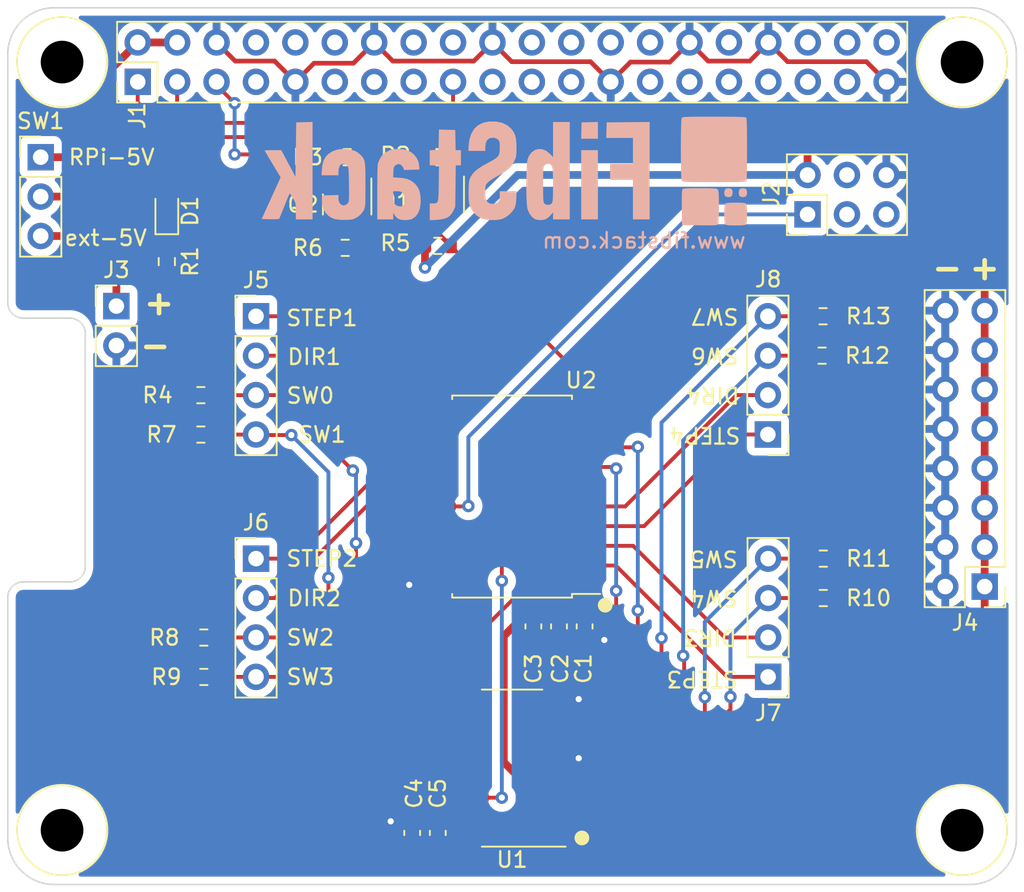
<source format=kicad_pcb>
(kicad_pcb (version 20211014) (generator pcbnew)
  (title_block (title "Stepper Motor Controller Prototype") (comment 2 "of the CERN-OHL-P V2 license (https:/cern.ch/cern-ohl).") (comment 3 "This file is provided AS IS, WITHOUT ANY EXPRESS OR IMPLIED WARRANTY under the temrs") (comment 4 "Copyright © 2021-2023, FibStack"))
  (layers (0 "F.Cu" signal) (31 "B.Cu" signal) (34 "B.Paste" user) (35 "F.Paste" user) (36 "B.SilkS" user "B.Silkscreen") (37 "F.SilkS" user "F.Silkscreen") (38 "B.Mask" user) (39 "F.Mask" user) (44 "Edge.Cuts" user))
  (net 0 "")
  (net 1 "VCC")
  (net 2 "GND")
  (net 3 "LV1")
  (net 4 "RPi-5V")
  (net 5 "Net-(J1-Pad3)")
  (net 6 "Net-(J1-Pad5)")
  (net 15 "LV2")
  (net 33 "UDPI")
  (net 37 "STEP1")
  (net 38 "DIR1")
  (net 39 "SW0")
  (net 40 "SW1")
  (net 41 "STEP2")
  (net 42 "DIR2")
  (net 43 "SW2")
  (net 44 "SW3")
  (net 45 "STEP3")
  (net 46 "DIR3")
  (net 47 "SW4")
  (net 48 "SW5")
  (net 49 "STEP4")
  (net 50 "DIR4")
  (net 51 "SW6")
  (net 52 "SW7")
  (net 53 "SDA")
  (net 54 "SCL")
  (net 55 "SWE1")
  (net 56 "SWE2")
  (net 57 "SWE3")
  (net 58 "SWE0")
  (net 64 "Net-(D1-Pad1)")
  (net 65 "Net-(J3-Pad1)")
  (footprint "Connector_PinHeader_2.54mm:PinHeader_1x04_P2.54mm_Vertical" (layer "F.Cu") (at 133.985 97.5 180)
    (fp_text reference "J8")
    (fp_text value "Conn_01x04_Male" hide)
  )
  (footprint "Connector_PinHeader_2.54mm:PinHeader_1x04_P2.54mm_Vertical" (layer "F.Cu") (at 101 89.88)
    (fp_text reference "J5")
    (fp_text value "Conn_01x04_Male" hide)
  )
  (footprint "Capacitor_SMD:C_0603_1608Metric" (layer "F.Cu") (at 120.523 109.868 -90)
    (fp_text reference "C2")
    (fp_text value "10nF" hide)
  )
  (footprint "FibStack_Common:MountingHole-2.75-M31" (layer "F.Cu") (at 88.5 123)
    (fp_text reference "REF**" hide)
    (fp_text value "MountingHole-2.75-M31" hide)
  )
  (footprint "Resistor_SMD:R_0603_1608Metric" (layer "F.Cu") (at 137.556 105.5 180)
    (fp_text reference "R11")
    (fp_text value "R10K" hide)
  )
  (footprint "Resistor_SMD:R_0603_1608Metric" (layer "F.Cu") (at 97.635 113.125)
    (fp_text reference "R9")
    (fp_text value "R10K" hide)
  )
  (footprint "Package_SO:SOIC-20W_7.5x12.8mm_P1.27mm" (layer "F.Cu") (at 117.5 101.5 180)
    (fp_text reference "U2")
    (fp_text value "ATtiny826-S" hide)
  )
  (footprint "Resistor_SMD:R_0603_1608Metric" (layer "F.Cu") (at 137.556 108.04 180)
    (fp_text reference "R10")
    (fp_text value "R10K" hide)
  )
  (footprint "Connector_PinHeader_2.54mm:PinHeader_1x03_P2.54mm_Vertical" (layer "F.Cu") (at 87.122 79.629)
    (fp_text reference "SW1")
    (fp_text value "SW_SPDT" hide)
  )
  (footprint "FibStack_Common:MountingHole-2.75-M31" (layer "F.Cu") (at 88.5 73.5)
    (fp_text reference "REF**" hide)
    (fp_text value "MountingHole-2.75-M31" hide)
  )
  (footprint "Resistor_SMD:R_0603_1608Metric" (layer "F.Cu") (at 112.84 79.629 180)
    (fp_text reference "R2")
    (fp_text value "R10K" hide)
  )
  (footprint "Package_TO_SOT_SMD:SOT-23" (layer "F.Cu") (at 106.871 82.677 -90)
    (fp_text reference "Q2")
    (fp_text value "2N7002" hide)
  )
  (footprint "FibStack_Common:MountingHole-2.75-M31" (layer "F.Cu") (at 146.5 123)
    (fp_text reference "REF**" hide)
    (fp_text value "MountingHole-2.75-M31" hide)
  )
  (footprint "Package_SO:SOIC-16_3.9x9.9mm_P1.27mm" (layer "F.Cu") (at 117.5 119 180)
    (fp_text reference "U1")
    (fp_text value "74LS148" hide)
  )
  (footprint "Capacitor_SMD:C_0603_1608Metric" (layer "F.Cu") (at 111.0615 123.177 90)
    (fp_text reference "C4")
    (fp_text value "1uF" hide)
  )
  (footprint "Resistor_SMD:R_0603_1608Metric" (layer "F.Cu") (at 106.871 79.629 180)
    (fp_text reference "R3")
    (fp_text value "R10K" hide)
  )
  (footprint "Resistor_SMD:R_0603_1608Metric" (layer "F.Cu") (at 97.444 97.505)
    (fp_text reference "R7")
    (fp_text value "R10K" hide)
  )
  (footprint "Connector_PinHeader_2.54mm:PinHeader_2x03_P2.54mm_Vertical" (layer "F.Cu") (at 136.54 83.317 90)
    (fp_text reference "J2")
    (fp_text value "Conn_02x03_Odd_Even" hide)
  )
  (footprint "Package_TO_SOT_SMD:SOT-23" (layer "F.Cu") (at 112.84 82.55 -90)
    (fp_text reference "Q1")
    (fp_text value "2N7002" hide)
  )
  (footprint "Connector_PinHeader_2.54mm:PinHeader_2x08_P2.54mm_Vertical" (layer "F.Cu") (at 147.955 107.3 180)
    (fp_text reference "J4")
    (fp_text value "Conn_02x08_Top_Bottom" hide)
  )
  (footprint "Resistor_SMD:R_0603_1608Metric" (layer "F.Cu") (at 112.713 85.344)
    (fp_text reference "R5")
    (fp_text value "R10K" hide)
  )
  (footprint "Resistor_SMD:R_0603_1608Metric" (layer "F.Cu") (at 106.744 85.471)
    (fp_text reference "R6")
    (fp_text value "R10K" hide)
  )
  (footprint "Resistor_SMD:R_0603_1608Metric" (layer "F.Cu") (at 137.478 92.42 180)
    (fp_text reference "R12")
    (fp_text value "R10K" hide)
  )
  (footprint "Resistor_SMD:R_0603_1608Metric" (layer "F.Cu") (at 137.541 89.88 180)
    (fp_text reference "R13")
    (fp_text value "R10K" hide)
  )
  (footprint "Resistor_SMD:R_0603_1608Metric" (layer "F.Cu") (at 97.635 110.585)
    (fp_text reference "R8")
    (fp_text value "R10K" hide)
  )
  (footprint "Capacitor_SMD:C_0603_1608Metric" (layer "F.Cu") (at 118.872 109.868 -90)
    (fp_text reference "C3")
    (fp_text value "100nF" hide)
  )
  (footprint "FibStack_Common:MountingHole-2.75-M31" (layer "F.Cu") (at 146.5 73.5)
    (fp_text reference "REF**" hide)
    (fp_text value "MountingHole-2.75-M31" hide)
  )
  (footprint "Resistor_SMD:R_0603_1608Metric" (layer "F.Cu") (at 97.444 94.965)
    (fp_text reference "R4")
    (fp_text value "R10K" hide)
  )
  (footprint "Connector_PinHeader_2.54mm:PinHeader_1x04_P2.54mm_Vertical" (layer "F.Cu") (at 134 113.12 180)
    (fp_text reference "J7")
    (fp_text value "Conn_01x04_Male" hide)
  )
  (footprint "Capacitor_SMD:C_0603_1608Metric" (layer "F.Cu") (at 122.174 109.868 -90)
    (fp_text reference "C1")
    (fp_text value "1uF" hide)
  )
  (footprint "Connector_PinHeader_2.54mm:PinHeader_1x02_P2.54mm_Vertical" (layer "F.Cu") (at 92 89.225)
    (fp_text reference "J3")
    (fp_text value "Conn_01x02_Male" hide)
  )
  (footprint "Capacitor_SMD:C_0603_1608Metric" (layer "F.Cu") (at 112.7125 123.177 90)
    (fp_text reference "C5")
    (fp_text value "0.1uF" hide)
  )
  (footprint "Connector_PinHeader_2.54mm:PinHeader_1x04_P2.54mm_Vertical" (layer "F.Cu") (at 101 105.5)
    (fp_text reference "J6")
    (fp_text value "Conn_01x04_Male" hide)
  )
  (footprint "LED_SMD:LED_0603_1608Metric" (layer "F.Cu") (at 95.25 83.11 90)
    (fp_text reference "D1")
    (fp_text value "LED" hide)
  )
  (footprint "Connector_PinHeader_2.54mm:PinHeader_2x20_P2.54mm_Vertical" (layer "F.Cu") (at 93.375 74.775 90)
    (fp_text reference "J1")
    (fp_text value "Raspberry_Pi_2_3" hide)
  )
  (footprint "Resistor_SMD:R_0603_1608Metric" (layer "F.Cu") (at 95.25 86.36 -90)
    (fp_text reference "R1")
    (fp_text value "470" hide)
  )
  (footprint "LOGO" (layer "B.Cu") (at 117 80.5 180)
    (fp_text reference "G***" hide)
    (fp_text value "LOGO" hide)
  )
  (gr_circle (center 122 123.5) (end 122.4 123.5) (layer "F.SilkS") (width 0.15) (fill solid))
  (gr_circle (center 123.5 108.5) (end 123.9 108.5) (layer "F.SilkS") (width 0.15) (fill solid))
  (gr_line locked (start 89 90) (end 86 90) (layer "Edge.Cuts") (width 0.1))
  (gr_line locked (start 147 126.5) (end 88 126.5) (layer "Edge.Cuts") (width 0.1))
  (gr_arc locked (start 90 106) (mid 89.707107 106.707107) (end 89 107) (layer "Edge.Cuts") (width 0.1))
  (gr_line locked (start 86 107) (end 89 107) (layer "Edge.Cuts") (width 0.1))
  (gr_arc locked (start 85 73) (mid 85.87868 70.87868) (end 88 70) (layer "Edge.Cuts") (width 0.1))
  (gr_line locked (start 90 106) (end 90 91) (layer "Edge.Cuts") (width 0.1))
  (gr_arc locked (start 89 90) (mid 89.707107 90.292893) (end 90 91) (layer "Edge.Cuts") (width 0.1))
  (gr_arc locked (start 147 70) (mid 149.12132 70.87868) (end 150 73) (layer "Edge.Cuts") (width 0.1))
  (gr_line locked (start 85 123.5) (end 85 108) (layer "Edge.Cuts") (width 0.1))
  (gr_arc locked (start 86 90) (mid 85.292893 89.707107) (end 85 89) (layer "Edge.Cuts") (width 0.1))
  (gr_line locked (start 88 70) (end 147 70) (layer "Edge.Cuts") (width 0.1))
  (gr_line locked (start 150 73) (end 150 123.5) (layer "Edge.Cuts") (width 0.1))
  (gr_arc locked (start 85 108) (mid 85.292893 107.292893) (end 86 107) (layer "Edge.Cuts") (width 0.1))
  (gr_line locked (start 85 73) (end 85 89) (layer "Edge.Cuts") (width 0.1))
  (gr_arc locked (start 88 126.5) (mid 85.87868 125.62132) (end 85 123.5) (layer "Edge.Cuts") (width 0.1))
  (gr_arc locked (start 150 123.5) (mid 149.12132 125.62132) (end 147 126.5) (layer "Edge.Cuts") (width 0.1))
  (gr_text "www.fibstack.com" (at 126 85) (layer "B.SilkS") (effects (font (size 1 1)) (justify mirror)))
  (gr_text "RPi-5V" (at 91.694 79.629) (layer "F.SilkS") (effects (font (size 1 1))))
  (gr_text "STEP2" (at 105.25 105.5) (layer "F.SilkS") (effects (font (size 1 1))))
  (gr_text "-" (at 145.542 86.741) (layer "F.SilkS") (effects (font (size 1.5 1.5) (thickness 0.3)) (justify mirror)))
  (gr_text "+" (at 94.75 89) (layer "F.SilkS") (effects (font (size 1.5 1.5) (thickness 0.3)) (justify mirror)))
  (gr_text "+" (at 147.955 86.741) (layer "F.SilkS") (effects (font (size 1.5 1.5) (thickness 0.3)) (justify mirror)))
  (gr_text "SW0" (at 104.5 95) (layer "F.SilkS") (effects (font (size 1 1))))
  (gr_text "SW7" (at 130.556 89.88 180) (layer "F.SilkS") (effects (font (size 1 1))))
  (gr_text "SW5" (at 130.5 105.5 180) (layer "F.SilkS") (effects (font (size 1 1))))
  (gr_text "SW4" (at 130.5 108.04 180) (layer "F.SilkS") (effects (font (size 1 1))))
  (gr_text "DIR2" (at 104.75 108.045) (layer "F.SilkS") (effects (font (size 1 1))))
  (gr_text "SW6" (at 130.556 92.42 180) (layer "F.SilkS") (effects (font (size 1 1))))
  (gr_text "STEP1" (at 105.25 90) (layer "F.SilkS") (effects (font (size 1 1))))
  (gr_text "DIR1" (at 104.75 92.5) (layer "F.SilkS") (effects (font (size 1 1))))
  (gr_text "DIR4" (at 130.429 94.96 180) (layer "F.SilkS") (effects (font (size 1 1))))
  (gr_text "ext-5V" (at 91.313 84.836) (layer "F.SilkS") (effects (font (size 1 1))))
  (gr_text "STEP3" (at 129.75 113.25 180) (layer "F.SilkS") (effects (font (size 1 1))))
  (gr_text "SW2" (at 104.5 110.585) (layer "F.SilkS") (effects (font (size 1 1))))
  (gr_text "SW1" (at 105.25 97.505) (layer "F.SilkS") (effects (font (size 1 1))))
  (gr_text "SW3" (at 104.5 113.125) (layer "F.SilkS") (effects (font (size 1 1))))
  (gr_text "-" (at 94.5 91.75) (layer "F.SilkS") (effects (font (size 1.5 1.5) (thickness 0.3)) (justify mirror)))
  (gr_text "STEP4" (at 129.921 97.54 180) (layer "F.SilkS") (effects (font (size 1 1))))
  (gr_text "DIR3" (at 130.25 110.58 180) (layer "F.SilkS") (effects (font (size 1 1))))
  (segment (start 111.0615 125.4125) (end 110.998 125.476) (width 0.5) (layer "F.Cu") (net 1))
  (segment (start 138.381 108.04) (end 138.381 105.5) (width 0.5) (layer "F.Cu") (net 1))
  (segment (start 147.955 89.52) (end 147.955 107.3) (width 0.5) (layer "F.Cu") (net 1))
  (segment (start 136.54 79.36) (end 137.795 78.105) (width 0.5) (layer "F.Cu") (net 1))
  (segment (start 96.5951 82.3225) (end 98.5785 82.3225) (width 0.5) (layer "F.Cu") (net 1))
  (segment (start 112.7125 123.952) (end 114.518 123.952) (width 0.5) (layer "F.Cu") (net 1))
  (segment (start 120.523 109.093) (end 122.174 109.093) (width 0.5) (layer "F.Cu") (net 1))
  (segment (start 96.619 97.505) (end 96.81 97.696) (width 0.5) (layer "F.Cu") (net 1))
  (segment (start 118.364 109.093) (end 116.967 110.49) (width 0.5) (layer "F.Cu") (net 1))
  (segment (start 95.25 82.3225) (end 96.5951 82.3225) (width 0.5) (layer "F.Cu") (net 1))
  (segment (start 122.15 109.069) (end 122.174 109.093) (width 0.5) (layer "F.Cu") (net 1))
  (segment (start 96.81 115.86) (end 96.81 113.125) (width 0.5) (layer "F.Cu") (net 1))
  (segment (start 139.505997 109.164997) (end 147.899997 109.164997) (width 0.5) (layer "F.Cu") (net 1))
  (segment (start 116.967 110.49) (end 116.967 118.618) (width 0.5) (layer "F.Cu") (net 1))
  (segment (start 111.888 86.74) (end 111.887 86.741) (width 0.5) (layer "F.Cu") (net 1))
  (segment (start 147.955 89.52) (end 147.955 82.677) (width 0.5) (layer "F.Cu") (net 1))
  (segment (start 116.967 125.476) (end 117.983 125.476) (width 0.5) (layer "F.Cu") (net 1))
  (segment (start 118.872 109.093) (end 118.364 109.093) (width 0.5) (layer "F.Cu") (net 1))
  (segment (start 96.81 97.696) (end 96.81 110.585) (width 0.5) (layer "F.Cu") (net 1))
  (segment (start 96.619 94.965) (end 96.619 82.3464) (width 0.5) (layer "F.Cu") (net 1))
  (segment (start 106.426 125.476) (end 110.998 125.476) (width 0.5) (layer "F.Cu") (net 1))
  (segment (start 96.619 94.965) (end 96.619 97.505) (width 0.5) (layer "F.Cu") (net 1))
  (segment (start 147.955 110.998) (end 147.955 109.22) (width 0.5) (layer "F.Cu") (net 1))
  (segment (start 110.998 125.476) (end 116.967 125.476) (width 0.5) (layer "F.Cu") (net 1))
  (segment (start 111.0615 123.952) (end 112.7125 123.952) (width 0.5) (layer "F.Cu") (net 1))
  (segment (start 105.8936 85.4964) (end 105.919 85.471) (width 0.5) (layer "F.Cu") (net 1))
  (segment (start 117.983 125.476) (end 117.983 119.634) (width 0.5) (layer "F.Cu") (net 1))
  (segment (start 95.0965 82.169) (end 95.25 82.3225) (width 0.5) (layer "F.Cu") (net 1))
  (segment (start 104.4575 123.5075) (end 106.426 125.476) (width 0.5) (layer "F.Cu") (net 1))
  (segment (start 111.0615 123.952) (end 111.0615 125.4125) (width 0.5) (layer "F.Cu") (net 1))
  (segment (start 117.983 119.634) (end 116.967 118.618) (width 0.5) (layer "F.Cu") (net 1))
  (segment (start 101.7524 85.4964) (end 105.8936 85.4964) (width 0.5) (layer "F.Cu") (net 1))
  (segment (start 98.5785 82.3225) (end 101.7524 85.4964) (width 0.5) (layer "F.Cu") (net 1))
  (segment (start 138.381 89.895) (end 138.366 89.88) (width 0.5) (layer "F.Cu") (net 1))
  (segment (start 138.366 89.88) (end 138.366 92.42) (width 0.5) (layer "F.Cu") (net 1))
  (segment (start 147.899997 109.164997) (end 147.955 109.22) (width 0.5) (layer "F.Cu") (net 1))
  (segment (start 111.888 85.344) (end 111.888 86.74) (width 0.5) (layer "F.Cu") (net 1))
  (segment (start 118.872 109.093) (end 120.523 109.093) (width 0.5) (layer "F.Cu") (net 1))
  (segment (start 96.619 82.3464) (end 96.5951 82.3225) (width 0.5) (layer "F.Cu") (net 1))
  (segment (start 147.955 109.22) (end 147.955 107.3) (width 0.5) (layer "F.Cu") (net 1))
  (segment (start 147.955 82.677) (end 143.383 78.105) (width 0.5) (layer "F.Cu") (net 1))
  (segment (start 117.983 125.476) (end 133.477 125.476) (width 0.5) (layer "F.Cu") (net 1))
  (segment (start 104.4575 123.5075) (end 96.81 115.86) (width 0.5) (layer "F.Cu") (net 1))
  (segment (start 122.15 107.215) (end 122.15 109.069) (width 0.5) (layer "F.Cu") (net 1))
  (segment (start 138.381 108.04) (end 139.505997 109.164997) (width 0.5) (layer "F.Cu") (net 1))
  (segment (start 96.81 110.585) (end 96.81 113.125) (width 0.5) (layer "F.Cu") (net 1))
  (segment (start 114.518 123.952) (end 115.025 123.445) (width 0.5) (layer "F.Cu") (net 1))
  (segment (start 138.381 105.5) (end 138.381 89.895) (width 0.5) (layer "F.Cu") (net 1))
  (segment (start 143.383 78.105) (end 137.795 78.105) (width 0.5) (layer "F.Cu") (net 1))
  (segment (start 133.477 125.476) (end 147.955 110.998) (width 0.5) (layer "F.Cu") (net 1))
  (segment (start 136.54 80.777) (end 136.54 79.36) (width 0.5) (layer "F.Cu") (net 1))
  (segment (start 87.122 82.169) (end 95.0965 82.169) (width 0.5) (layer "F.Cu") (net 1))
  (via (at 111.887 86.741) (size 0.8) (drill 0.4) (layers "F.Cu" "B.Cu") (net 1))
  (segment (start 111.887 86.741) (end 117.851 80.777) (width 0.5) (layer "B.Cu") (net 1))
  (segment (start 117.851 80.777) (end 136.54 80.777) (width 0.5) (layer "B.Cu") (net 1))
  (segment (start 118.619 118.365) (end 118.2116 117.9576) (width 0.5) (layer "F.Cu") (net 2))
  (segment (start 122.174 110.643) (end 123.343 110.643) (width 0.5) (layer "F.Cu") (net 2))
  (segment (start 99.655 73.435) (end 102.195 73.435) (width 0.3) (layer "F.Cu") (net 2))
  (segment (start 122.553923 73.473923) (end 123.855 74.775) (width 0.3) (layer "F.Cu") (net 2))
  (segment (start 92 91.765) (end 93.909 91.765) (width 0.5) (layer "F.Cu") (net 2))
  (segment (start 140.333923 73.473923) (end 141.635 74.775) (width 0.3) (layer "F.Cu") (net 2))
  (segment (start 102.195 73.435) (end 103.535 74.775) (width 0.3) (layer "F.Cu") (net 2))
  (segment (start 111.0615 122.402) (end 109.7032 122.402) (width 0.5) (layer "F.Cu") (net 2))
  (segment (start 119.975 114.555) (end 121.792 114.555) (width 0.5) (layer "F.Cu") (net 2))
  (segment (start 122.174 110.643) (end 120.523 110.643) (width 0.5) (layer "F.Cu") (net 2))
  (segment (start 119.975 118.365) (end 121.792 118.365) (width 0.5) (layer "F.Cu") (net 2))
  (segment (start 123.855 74.775) (end 125.13 73.5) (width 0.3) (layer "F.Cu") (net 2))
  (segment (start 104.735 73.575) (end 107.275 73.575) (width 0.3) (layer "F.Cu") (net 2))
  (segment (start 118.2116 115.2144) (end 118.2116 117.9576) (width 0.5) (layer "F.Cu") (net 2))
  (segment (start 119.9902 110.643) (end 118.872 110.643) (width 0.5) (layer "F.Cu") (net 2))
  (segment (start 135.253923 73.473923) (end 140.333923 73.473923) (width 0.3) (layer "F.Cu") (net 2))
  (segment (start 112.85 107.215) (end 110.898 107.215) (width 0.5) (layer "F.Cu") (net 2))
  (segment (start 115.035 73.435) (end 116.235 72.235) (width 0.3) (layer "F.Cu") (net 2))
  (segment (start 116.235 72.235) (end 117.473923 73.473923) (width 0.3) (layer "F.Cu") (net 2))
  (segment (start 108.615 72.235) (end 109.815 73.435) (width 0.3) (layer "F.Cu") (net 2))
  (segment (start 117.473923 73.473923) (end 122.553923 73.473923) (width 0.3) (layer "F.Cu") (net 2))
  (segment (start 125.13 73.5) (end 127.67 73.5) (width 0.3) (layer "F.Cu") (net 2))
  (segment (start 103.535 74.775) (end 104.735 73.575) (width 0.3) (layer "F.Cu") (net 2))
  (segment (start 132.815 73.435) (end 134.015 72.235) (width 0.3) (layer "F.Cu") (net 2))
  (segment (start 112.7125 122.402) (end 111.0615 122.402) (width 0.5) (layer "F.Cu") (net 2))
  (segment (start 109.815 73.435) (end 115.035 73.435) (width 0.3) (layer "F.Cu") (net 2))
  (segment (start 95.25 87.185) (end 95.25 90.424) (width 0.5) (layer "F.Cu") (net 2))
  (segment (start 109.7032 122.402) (end 109.6772 122.428) (width 0.5) (layer "F.Cu") (net 2))
  (segment (start 121.792 114.555) (end 121.793 114.554) (width 0.5) (layer "F.Cu") (net 2))
  (segment (start 123.343 110.643) (end 123.444 110.744) (width 0.5) (layer "F.Cu") (net 2))
  (segment (start 120.523 110.643) (end 119.9902 110.643) (width 0.5) (layer "F.Cu") (net 2))
  (segment (start 93.909 91.765) (end 95.25 90.424) (width 0.5) (layer "F.Cu") (net 2))
  (segment (start 98.455 72.235) (end 99.655 73.435) (width 0.3) (layer "F.Cu") (net 2))
  (segment (start 119.975 114.555) (end 118.871 114.555) (width 0.5) (layer "F.Cu") (net 2))
  (segment (start 110.898 107.215) (end 110.871 107.188) (width 0.5) (layer "F.Cu") (net 2))
  (segment (start 119.975 118.365) (end 118.619 118.365) (width 0.5) (layer "F.Cu") (net 2))
  (segment (start 130.135 73.435) (end 132.815 73.435) (width 0.3) (layer "F.Cu") (net 2))
  (segment (start 119.975 110.6582) (end 119.9902 110.643) (width 0.5) (layer "F.Cu") (net 2))
  (segment (start 119.975 114.555) (end 119.975 110.6582) (width 0.5) (layer "F.Cu") (net 2))
  (segment (start 121.792 118.365) (end 121.793 118.364) (width 0.5) (layer "F.Cu") (net 2))
  (segment (start 127.67 73.5) (end 128.935 72.235) (width 0.3) (layer "F.Cu") (net 2))
  (segment (start 128.935 72.235) (end 130.135 73.435) (width 0.3) (layer "F.Cu") (net 2))
  (segment (start 118.871 114.555) (end 118.2116 115.2144) (width 0.5) (layer "F.Cu") (net 2))
  (segment (start 145.415 89.52) (end 145.415 107.3) (width 0.5) (layer "F.Cu") (net 2))
  (segment (start 134.015 72.235) (end 135.253923 73.473923) (width 0.3) (layer "F.Cu") (net 2))
  (segment (start 107.275 73.575) (end 108.615 72.235) (width 0.3) (layer "F.Cu") (net 2))
  (via (at 121.793 118.364) (size 0.8) (drill 0.4) (layers "F.Cu" "B.Cu") (net 2))
  (via (at 123.444 110.744) (size 0.8) (drill 0.4) (layers "F.Cu" "B.Cu") (net 2))
  (via (at 121.793 114.554) (size 0.8) (drill 0.4) (layers "F.Cu" "B.Cu") (net 2))
  (via (at 109.6772 122.428) (size 0.8) (drill 0.4) (layers "F.Cu" "B.Cu") (net 2))
  (via (at 110.871 107.188) (size 0.8) (drill 0.4) (layers "F.Cu" "B.Cu") (net 2))
  (segment (start 107.696 79.629) (end 107.696 78.8416) (width 0.25) (layer "F.Cu") (net 3))
  (segment (start 107.188 78.3336) (end 95.6056 78.3336) (width 0.25) (layer "F.Cu") (net 3))
  (segment (start 93.375 74.775) (end 93.375 76.103) (width 0.25) (layer "F.Cu") (net 3))
  (segment (start 107.696 78.8416) (end 107.188 78.3336) (width 0.25) (layer "F.Cu") (net 3))
  (segment (start 107.823 81.7375) (end 107.821 81.7395) (width 0.3) (layer "F.Cu") (net 3))
  (segment (start 107.823 79.756) (end 107.823 81.7375) (width 0.3) (layer "F.Cu") (net 3))
  (segment (start 93.375 76.103) (end 95.6056 78.3336) (width 0.25) (layer "F.Cu") (net 3))
  (segment (start 91.7448 73.8652) (end 93.375 72.235) (width 0.5) (layer "F.Cu") (net 4))
  (segment (start 87.122 79.629) (end 89.0778 79.629) (width 0.5) (layer "F.Cu") (net 4))
  (segment (start 89.0778 79.629) (end 91.7448 76.962) (width 0.5) (layer "F.Cu") (net 4))
  (segment (start 93.375 72.235) (end 95.915 72.235) (width 0.5) (layer "F.Cu") (net 4))
  (segment (start 91.7448 76.962) (end 91.7448 73.8652) (width 0.5) (layer "F.Cu") (net 4))
  (segment (start 112.015 79.629) (end 112.015 79.4014) (width 0.25) (layer "F.Cu") (net 5))
  (segment (start 111.89 79.818) (end 112.079 79.629) (width 0.3) (layer "F.Cu") (net 5))
  (segment (start 97.0788 77.4192) (end 110.0328 77.4192) (width 0.25) (layer "F.Cu") (net 5))
  (segment (start 112.015 79.4014) (end 110.0328 77.4192) (width 0.25) (layer "F.Cu") (net 5))
  (segment (start 95.915 74.775) (end 95.915 76.2554) (width 0.25) (layer "F.Cu") (net 5))
  (segment (start 95.915 76.2554) (end 97.0788 77.4192) (width 0.25) (layer "F.Cu") (net 5))
  (segment (start 111.89 81.6125) (end 111.89 79.818) (width 0.3) (layer "F.Cu") (net 5))
  (segment (start 98.455 74.9854) (end 99.6188 76.1492) (width 0.25) (layer "F.Cu") (net 6))
  (segment (start 99.6188 79.4512) (end 105.8682 79.4512) (width 0.25) (layer "F.Cu") (net 6))
  (segment (start 106.109 79.692) (end 106.173 79.756) (width 0.3) (layer "F.Cu") (net 6))
  (segment (start 98.455 74.775) (end 98.455 74.9854) (width 0.25) (layer "F.Cu") (net 6))
  (segment (start 105.8682 79.4512) (end 106.046 79.629) (width 0.25) (layer "F.Cu") (net 6))
  (segment (start 105.921 81.7395) (end 105.921 80.008) (width 0.3) (layer "F.Cu") (net 6))
  (segment (start 105.921 80.008) (end 106.173 79.756) (width 0.3) (layer "F.Cu") (net 6))
  (via (at 99.6188 76.1492) (size 0.8) (drill 0.4) (layers "F.Cu" "B.Cu") (net 6))
  (via (at 99.6188 79.4512) (size 0.8) (drill 0.4) (layers "F.Cu" "B.Cu") (net 6))
  (segment (start 99.6188 76.1492) (end 99.6188 79.4512) (width 0.25) (layer "B.Cu") (net 6))
  (segment (start 113.729 81.5515) (end 113.79 81.6125) (width 0.3) (layer "F.Cu") (net 15))
  (segment (start 113.729 79.629) (end 113.729 81.5515) (width 0.3) (layer "F.Cu") (net 15))
  (segment (start 113.695 79.599) (end 113.665 79.629) (width 0.25) (layer "F.Cu") (net 15))
  (segment (start 113.695 74.775) (end 113.695 79.599) (width 0.25) (layer "F.Cu") (net 15))
  (segment (start 112.85 102.135) (end 114.654 102.135) (width 0.25) (layer "F.Cu") (net 33))
  (segment (start 114.654 102.135) (end 114.681 102.108) (width 0.25) (layer "F.Cu") (net 33))
  (via (at 114.681 102.108) (size 0.8) (drill 0.4) (layers "F.Cu" "B.Cu") (net 33))
  (segment (start 129.032 83.312) (end 129.037 83.317) (width 0.25) (layer "B.Cu") (net 33))
  (segment (start 114.681 97.663) (end 129.032 83.312) (width 0.25) (layer "B.Cu") (net 33))
  (segment (start 114.681 102.108) (end 114.681 97.663) (width 0.25) (layer "B.Cu") (net 33))
  (segment (start 129.037 83.317) (end 136.54 83.317) (width 0.25) (layer "B.Cu") (net 33))
  (segment (start 112.85 97.055) (end 110.263 97.055) (width 0.25) (layer "F.Cu") (net 37))
  (segment (start 110.263 97.055) (end 103.088 89.88) (width 0.25) (layer "F.Cu") (net 37))
  (segment (start 103.088 89.88) (end 101 89.88) (width 0.25) (layer "F.Cu") (net 37))
  (segment (start 103.342 92.42) (end 101 92.42) (width 0.25) (layer "F.Cu") (net 38))
  (segment (start 109.247 98.325) (end 103.342 92.42) (width 0.25) (layer "F.Cu") (net 38))
  (segment (start 112.85 98.325) (end 109.247 98.325) (width 0.25) (layer "F.Cu") (net 38))
  (segment (start 107.2388 99.822) (end 102.3768 94.96) (width 0.25) (layer "F.Cu") (net 39))
  (segment (start 107.442 109.7788) (end 113.4882 115.825) (width 0.25) (layer "F.Cu") (net 39))
  (segment (start 102.3768 94.96) (end 101 94.96) (width 0.25) (layer "F.Cu") (net 39))
  (segment (start 101 94.965) (end 98.269 94.965) (width 0.25) (layer "F.Cu") (net 39))
  (segment (start 107.442 104.4956) (end 107.442 109.7788) (width 0.25) (layer "F.Cu") (net 39))
  (segment (start 113.4882 115.825) (end 115.025 115.825) (width 0.25) (layer "F.Cu") (net 39))
  (via (at 107.2388 99.822) (size 0.8) (drill 0.4) (layers "F.Cu" "B.Cu") (net 39))
  (via (at 107.442 104.4956) (size 0.8) (drill 0.4) (layers "F.Cu" "B.Cu") (net 39))
  (segment (start 107.442 100.0252) (end 107.2388 99.822) (width 0.25) (layer "B.Cu") (net 39))
  (segment (start 107.442 104.4956) (end 107.442 100.0252) (width 0.25) (layer "B.Cu") (net 39))
  (segment (start 105.664 109.6772) (end 113.0818 117.095) (width 0.25) (layer "F.Cu") (net 40))
  (segment (start 103.2764 97.536) (end 101.036 97.536) (width 0.25) (layer "F.Cu") (net 40))
  (segment (start 101 97.505) (end 98.269 97.505) (width 0.25) (layer "F.Cu") (net 40))
  (segment (start 105.664 106.7308) (end 105.664 109.6772) (width 0.25) (layer "F.Cu") (net 40))
  (segment (start 101.036 97.536) (end 101 97.5) (width 0.25) (layer "F.Cu") (net 40))
  (segment (start 113.0818 117.095) (end 115.025 117.095) (width 0.25) (layer "F.Cu") (net 40))
  (via (at 103.2764 97.536) (size 0.8) (drill 0.4) (layers "F.Cu" "B.Cu") (net 40))
  (via (at 105.664 106.7308) (size 0.8) (drill 0.4) (layers "F.Cu" "B.Cu") (net 40))
  (segment (start 105.664 106.7308) (end 105.664 99.9236) (width 0.25) (layer "B.Cu") (net 40))
  (segment (start 105.664 99.9236) (end 103.2764 97.536) (width 0.25) (layer "B.Cu") (net 40))
  (segment (start 112.85 99.595) (end 109.32 99.595) (width 0.25) (layer "F.Cu") (net 41))
  (segment (start 103.415 105.5) (end 101 105.5) (width 0.25) (layer "F.Cu") (net 41))
  (segment (start 109.32 99.595) (end 103.415 105.5) (width 0.25) (layer "F.Cu") (net 41))
  (segment (start 112.85 100.865) (end 109.377081 100.865) (width 0.25) (layer "F.Cu") (net 42))
  (segment (start 102.202081 108.04) (end 101 108.04) (width 0.25) (layer "F.Cu") (net 42))
  (segment (start 109.377081 100.865) (end 102.202081 108.04) (width 0.25) (layer "F.Cu") (net 42))
  (segment (start 112.14 118.365) (end 115.025 118.365) (width 0.25) (layer "F.Cu") (net 43))
  (segment (start 98.465 110.58) (end 101 110.58) (width 0.25) (layer "F.Cu") (net 43))
  (segment (start 101 110.58) (end 104.355 110.58) (width 0.25) (layer "F.Cu") (net 43))
  (segment (start 104.355 110.58) (end 112.14 118.365) (width 0.25) (layer "F.Cu") (net 43))
  (segment (start 101 113.12) (end 105.244 113.12) (width 0.25) (layer "F.Cu") (net 44))
  (segment (start 105.244 113.12) (end 111.759 119.635) (width 0.25) (layer "F.Cu") (net 44))
  (segment (start 115.025 119.635) (end 111.759 119.635) (width 0.25) (layer "F.Cu") (net 44))
  (segment (start 98.465 113.12) (end 101 113.12) (width 0.25) (layer "F.Cu") (net 44))
  (segment (start 122.15 105.945) (end 124.1822 105.945) (width 0.25) (layer "F.Cu") (net 45))
  (segment (start 124.1822 105.945) (end 131.3572 113.12) (width 0.25) (layer "F.Cu") (net 45))
  (segment (start 131.3572 113.12) (end 134 113.12) (width 0.25) (layer "F.Cu") (net 45))
  (segment (start 122.15 104.675) (end 125.2998 104.675) (width 0.25) (layer "F.Cu") (net 46))
  (segment (start 125.2998 104.675) (end 131.2164 110.5916) (width 0.25) (layer "F.Cu") (net 46))
  (segment (start 131.2164 110.5916) (end 131.228 110.58) (width 0.25) (layer "F.Cu") (net 46))
  (segment (start 131.228 110.58) (end 134 110.58) (width 0.25) (layer "F.Cu") (net 46))
  (segment (start 131.572 115.2144) (end 123.2916 123.4948) (width 0.25) (layer "F.Cu") (net 47))
  (segment (start 120.0248 123.4948) (end 119.975 123.445) (width 0.25) (layer "F.Cu") (net 47))
  (segment (start 131.572 114.4016) (end 131.572 115.2144) (width 0.25) (layer "F.Cu") (net 47))
  (segment (start 123.2916 123.4948) (end 120.0248 123.4948) (width 0.25) (layer "F.Cu") (net 47))
  (segment (start 136.731 108.04) (end 134 108.04) (width 0.25) (layer "F.Cu") (net 47))
  (via (at 131.572 114.4016) (size 0.8) (drill 0.4) (layers "F.Cu" "B.Cu") (net 47))
  (segment (start 131.572 110.468) (end 131.572 114.4016) (width 0.25) (layer "B.Cu") (net 47))
  (segment (start 134 108.04) (end 131.572 110.468) (width 0.25) (layer "B.Cu") (net 47))
  (segment (start 136.731 105.5) (end 134 105.5) (width 0.25) (layer "F.Cu") (net 48))
  (segment (start 129.8575 115.5065) (end 129.921 115.443) (width 0.25) (layer "F.Cu") (net 48))
  (segment (start 123.189 122.175) (end 119.975 122.175) (width 0.25) (layer "F.Cu") (net 48))
  (segment (start 129.8575 115.5065) (end 123.189 122.175) (width 0.25) (layer "F.Cu") (net 48))
  (segment (start 129.921 115.443) (end 129.921 114.427) (width 0.25) (layer "F.Cu") (net 48))
  (via (at 129.921 114.427) (size 0.8) (drill 0.4) (layers "F.Cu" "B.Cu") (net 48))
  (segment (start 129.921 109.579) (end 134 105.5) (width 0.25) (layer "B.Cu") (net 48))
  (segment (start 129.921 114.427) (end 129.921 109.579) (width 0.25) (layer "B.Cu") (net 48))
  (segment (start 126.0078 103.405) (end 131.9276 97.4852) (width 0.25) (layer "F.Cu") (net 49))
  (segment (start 122.15 103.405) (end 126.0078 103.405) (width 0.25) (layer "F.Cu") (net 49))
  (segment (start 131.9276 97.4852) (end 131.9424 97.5) (width 0.25) (layer "F.Cu") (net 49))
  (segment (start 131.9424 97.5) (end 133.985 97.5) (width 0.25) (layer "F.Cu") (net 49))
  (segment (start 131.9424 94.9812) (end 131.9424 94.96) (width 0.25) (layer "F.Cu") (net 50))
  (segment (start 131.9424 94.96) (end 133.985 94.96) (width 0.25) (layer "F.Cu") (net 50))
  (segment (start 124.7886 102.135) (end 131.9424 94.9812) (width 0.25) (layer "F.Cu") (net 50))
  (segment (start 122.15 102.135) (end 124.7886 102.135) (width 0.25) (layer "F.Cu") (net 50))
  (segment (start 128.5875 115.1255) (end 128.5875 111.8235) (width 0.25) (layer "F.Cu") (net 51))
  (segment (start 136.716 92.42) (end 133.985 92.42) (width 0.25) (layer "F.Cu") (net 51))
  (segment (start 128.5875 115.1255) (end 122.808 120.905) (width 0.25) (layer "F.Cu") (net 51))
  (segment (start 122.808 120.905) (end 119.975 120.905) (width 0.25) (layer "F.Cu") (net 51))
  (segment (start 128.5875 111.8235) (end 128.524 111.76) (width 0.25) (layer "F.Cu") (net 51))
  (via (at 128.524 111.76) (size 0.8) (drill 0.4) (layers "F.Cu" "B.Cu") (net 51))
  (segment (start 133.985 92.42) (end 128.524 97.881) (width 0.25) (layer "B.Cu") (net 51))
  (segment (start 128.524 97.881) (end 128.524 111.76) (width 0.25) (layer "B.Cu") (net 51))
  (segment (start 127.127 114.808) (end 122.3 119.635) (width 0.25) (layer "F.Cu") (net 52))
  (segment (start 127.127 110.617) (end 127.127 114.808) (width 0.25) (layer "F.Cu") (net 52))
  (segment (start 136.716 89.88) (end 133.985 89.88) (width 0.25) (layer "F.Cu") (net 52))
  (segment (start 122.3 119.635) (end 119.975 119.635) (width 0.25) (layer "F.Cu") (net 52))
  (via (at 127.127 110.617) (size 0.8) (drill 0.4) (layers "F.Cu" "B.Cu") (net 52))
  (segment (start 127.127 96.738) (end 133.985 89.88) (width 0.25) (layer "B.Cu") (net 52))
  (segment (start 127.127 110.617) (end 127.127 96.738) (width 0.25) (layer "B.Cu") (net 52))
  (segment (start 122.15 95.785) (end 122.15 93.956) (width 0.25) (layer "F.Cu") (net 53))
  (segment (start 122.15 93.956) (end 113.538 85.344) (width 0.25) (layer "F.Cu") (net 53))
  (segment (start 112.84 83.4875) (end 112.84 84.646) (width 0.3) (layer "F.Cu") (net 53))
  (segment (start 112.84 84.646) (end 113.665 85.471) (width 0.3) (layer "F.Cu") (net 53))
  (segment (start 106.871 84.773) (end 107.696 85.598) (width 0.3) (layer "F.Cu") (net 54))
  (segment (start 107.569 85.471) (end 112.85 90.752) (width 0.25) (layer "F.Cu") (net 54))
  (segment (start 106.871 83.6145) (end 106.871 84.773) (width 0.3) (layer "F.Cu") (net 54))
  (segment (start 112.85 90.752) (end 112.85 95.785) (width 0.25) (layer "F.Cu") (net 54))
  (segment (start 122.556 117.095) (end 119.975 117.095) (width 0.25) (layer "F.Cu") (net 55))
  (segment (start 122.556 117.093) (end 125.603 114.046) (width 0.25) (layer "F.Cu") (net 55))
  (segment (start 122.556 117.095) (end 122.556 117.093) (width 0.25) (layer "F.Cu") (net 55))
  (segment (start 125.603 108.839) (end 125.603 114.046) (width 0.25) (layer "F.Cu") (net 55))
  (segment (start 122.15 98.325) (end 125.576 98.325) (width 0.25) (layer "F.Cu") (net 55))
  (segment (start 125.576 98.325) (end 125.603 98.298) (width 0.25) (layer "F.Cu") (net 55))
  (via (at 125.603 108.839) (size 0.8) (drill 0.4) (layers "F.Cu" "B.Cu") (net 55))
  (via (at 125.603 98.298) (size 0.8) (drill 0.4) (layers "F.Cu" "B.Cu") (net 55))
  (segment (start 125.603 98.298) (end 125.603 108.839) (width 0.25) (layer "B.Cu") (net 55))
  (segment (start 122.15 99.595) (end 124.106 99.595) (width 0.25) (layer "F.Cu") (net 56))
  (segment (start 124.206 107.569) (end 124.206 113.792) (width 0.25) (layer "F.Cu") (net 56))
  (segment (start 124.106 99.595) (end 124.206 99.695) (width 0.25) (layer "F.Cu") (net 56))
  (segment (start 122.173 115.825) (end 119.975 115.825) (width 0.25) (layer "F.Cu") (net 56))
  (segment (start 124.206 113.792) (end 122.173 115.825) (width 0.25) (layer "F.Cu") (net 56))
  (via (at 124.206 107.569) (size 0.8) (drill 0.4) (layers "F.Cu" "B.Cu") (net 56))
  (via (at 124.206 99.695) (size 0.8) (drill 0.4) (layers "F.Cu" "B.Cu") (net 56))
  (segment (start 124.206 99.695) (end 124.206 107.569) (width 0.25) (layer "B.Cu") (net 56))
  (segment (start 120.877 100.865) (end 120.015 101.727) (width 0.25) (layer "F.Cu") (net 57))
  (segment (start 115.025 110.654) (end 115.025 114.555) (width 0.25) (layer "F.Cu") (net 57))
  (segment (start 120.015 105.664) (end 115.025 110.654) (width 0.25) (layer "F.Cu") (net 57))
  (segment (start 122.15 100.865) (end 120.877 100.865) (width 0.25) (layer "F.Cu") (net 57))
  (segment (start 120.015 101.727) (end 120.015 105.664) (width 0.25) (layer "F.Cu") (net 57))
  (segment (start 116.839 120.905) (end 116.84 120.904) (width 0.25) (layer "F.Cu") (net 58))
  (segment (start 116.84 100.076) (end 116.84 106.934) (width 0.25) (layer "F.Cu") (net 58))
  (segment (start 119.861 97.055) (end 116.84 100.076) (width 0.25) (layer "F.Cu") (net 58))
  (segment (start 115.025 120.905) (end 116.839 120.905) (width 0.25) (layer "F.Cu") (net 58))
  (segment (start 122.15 97.055) (end 119.861 97.055) (width 0.25) (layer "F.Cu") (net 58))
  (via (at 116.84 120.904) (size 0.8) (drill 0.4) (layers "F.Cu" "B.Cu") (net 58))
  (via (at 116.84 106.934) (size 0.8) (drill 0.4) (layers "F.Cu" "B.Cu") (net 58))
  (segment (start 116.84 120.904) (end 116.84 106.934) (width 0.25) (layer "B.Cu") (net 58))
  (segment (start 95.25 83.8975) (end 95.25 85.535) (width 0.5) (layer "F.Cu") (net 64))
  (segment (start 92 86.666) (end 90.043 84.709) (width 0.5) (layer "F.Cu") (net 65))
  (segment (start 92 89.225) (end 92 86.666) (width 0.5) (layer "F.Cu") (net 65))
  (segment (start 90.043 84.709) (end 87.122 84.709) (width 0.5) (layer "F.Cu") (net 65))
  (zone (net 2) (net_name "GND") (layer "B.Cu") (connect_pads (clearance 0.508)) (min_thickness 0.254) (fill yes (thermal_gap 0.508) (thermal_bridge_width 0.508))
    (polygon (pts (xy 150.5 127) (xy 84.5 127) (xy 84.5 69.5) (xy 150.5 69.5)))
  )
)
</source>
